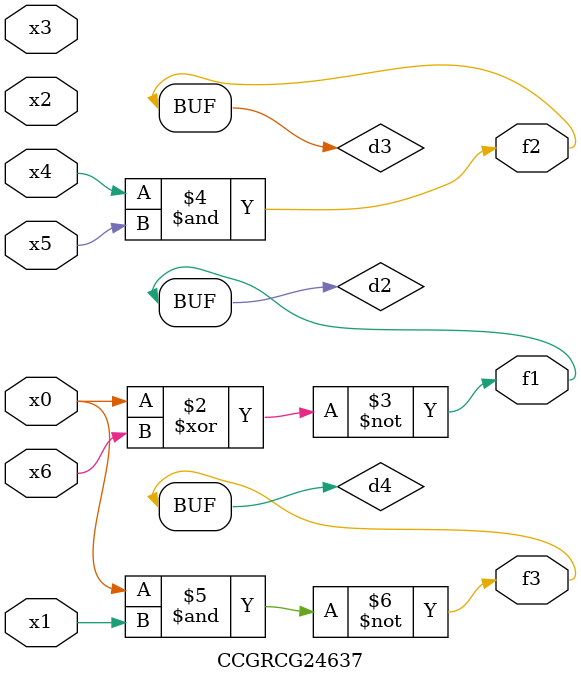
<source format=v>
module CCGRCG24637(
	input x0, x1, x2, x3, x4, x5, x6,
	output f1, f2, f3
);

	wire d1, d2, d3, d4;

	nor (d1, x0);
	xnor (d2, x0, x6);
	and (d3, x4, x5);
	nand (d4, x0, x1);
	assign f1 = d2;
	assign f2 = d3;
	assign f3 = d4;
endmodule

</source>
